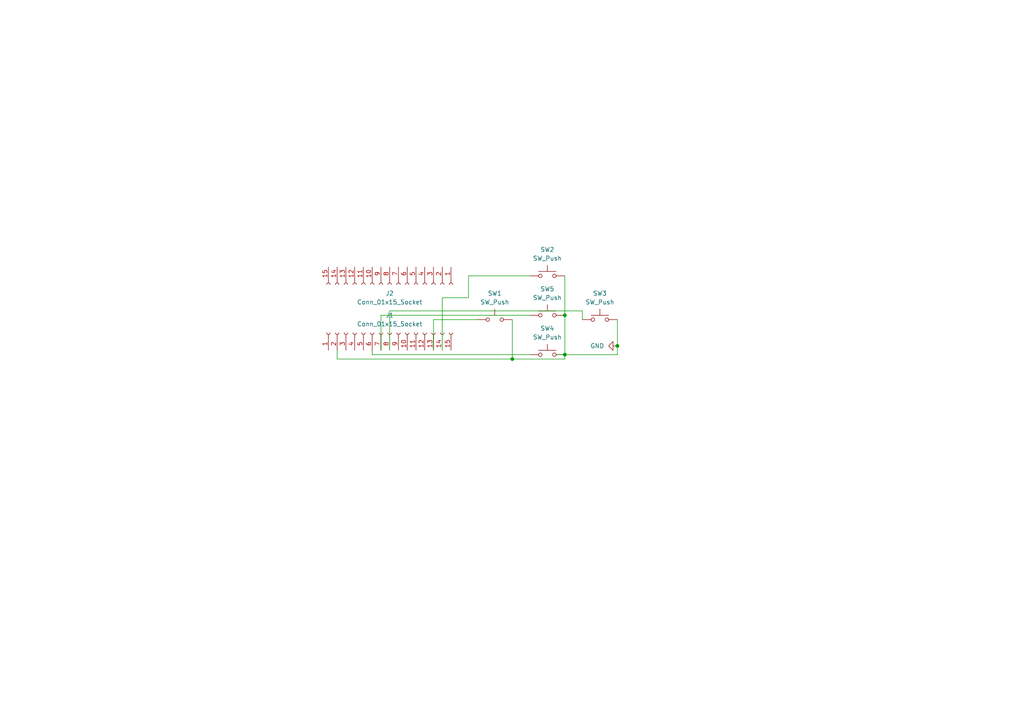
<source format=kicad_sch>
(kicad_sch
	(version 20231120)
	(generator "eeschema")
	(generator_version "8.0")
	(uuid "133a3766-7181-4e20-9038-abb36e76ab45")
	(paper "A4")
	(lib_symbols
		(symbol "Connector:Conn_01x15_Socket"
			(pin_names
				(offset 1.016) hide)
			(exclude_from_sim no)
			(in_bom yes)
			(on_board yes)
			(property "Reference" "J"
				(at 0 20.32 0)
				(effects
					(font
						(size 1.27 1.27)
					)
				)
			)
			(property "Value" "Conn_01x15_Socket"
				(at 0 -20.32 0)
				(effects
					(font
						(size 1.27 1.27)
					)
				)
			)
			(property "Footprint" ""
				(at 0 0 0)
				(effects
					(font
						(size 1.27 1.27)
					)
					(hide yes)
				)
			)
			(property "Datasheet" "~"
				(at 0 0 0)
				(effects
					(font
						(size 1.27 1.27)
					)
					(hide yes)
				)
			)
			(property "Description" "Generic connector, single row, 01x15, script generated"
				(at 0 0 0)
				(effects
					(font
						(size 1.27 1.27)
					)
					(hide yes)
				)
			)
			(property "ki_locked" ""
				(at 0 0 0)
				(effects
					(font
						(size 1.27 1.27)
					)
				)
			)
			(property "ki_keywords" "connector"
				(at 0 0 0)
				(effects
					(font
						(size 1.27 1.27)
					)
					(hide yes)
				)
			)
			(property "ki_fp_filters" "Connector*:*_1x??_*"
				(at 0 0 0)
				(effects
					(font
						(size 1.27 1.27)
					)
					(hide yes)
				)
			)
			(symbol "Conn_01x15_Socket_1_1"
				(arc
					(start 0 -17.272)
					(mid -0.5058 -17.78)
					(end 0 -18.288)
					(stroke
						(width 0.1524)
						(type default)
					)
					(fill
						(type none)
					)
				)
				(arc
					(start 0 -14.732)
					(mid -0.5058 -15.24)
					(end 0 -15.748)
					(stroke
						(width 0.1524)
						(type default)
					)
					(fill
						(type none)
					)
				)
				(arc
					(start 0 -12.192)
					(mid -0.5058 -12.7)
					(end 0 -13.208)
					(stroke
						(width 0.1524)
						(type default)
					)
					(fill
						(type none)
					)
				)
				(arc
					(start 0 -9.652)
					(mid -0.5058 -10.16)
					(end 0 -10.668)
					(stroke
						(width 0.1524)
						(type default)
					)
					(fill
						(type none)
					)
				)
				(arc
					(start 0 -7.112)
					(mid -0.5058 -7.62)
					(end 0 -8.128)
					(stroke
						(width 0.1524)
						(type default)
					)
					(fill
						(type none)
					)
				)
				(arc
					(start 0 -4.572)
					(mid -0.5058 -5.08)
					(end 0 -5.588)
					(stroke
						(width 0.1524)
						(type default)
					)
					(fill
						(type none)
					)
				)
				(arc
					(start 0 -2.032)
					(mid -0.5058 -2.54)
					(end 0 -3.048)
					(stroke
						(width 0.1524)
						(type default)
					)
					(fill
						(type none)
					)
				)
				(polyline
					(pts
						(xy -1.27 -17.78) (xy -0.508 -17.78)
					)
					(stroke
						(width 0.1524)
						(type default)
					)
					(fill
						(type none)
					)
				)
				(polyline
					(pts
						(xy -1.27 -15.24) (xy -0.508 -15.24)
					)
					(stroke
						(width 0.1524)
						(type default)
					)
					(fill
						(type none)
					)
				)
				(polyline
					(pts
						(xy -1.27 -12.7) (xy -0.508 -12.7)
					)
					(stroke
						(width 0.1524)
						(type default)
					)
					(fill
						(type none)
					)
				)
				(polyline
					(pts
						(xy -1.27 -10.16) (xy -0.508 -10.16)
					)
					(stroke
						(width 0.1524)
						(type default)
					)
					(fill
						(type none)
					)
				)
				(polyline
					(pts
						(xy -1.27 -7.62) (xy -0.508 -7.62)
					)
					(stroke
						(width 0.1524)
						(type default)
					)
					(fill
						(type none)
					)
				)
				(polyline
					(pts
						(xy -1.27 -5.08) (xy -0.508 -5.08)
					)
					(stroke
						(width 0.1524)
						(type default)
					)
					(fill
						(type none)
					)
				)
				(polyline
					(pts
						(xy -1.27 -2.54) (xy -0.508 -2.54)
					)
					(stroke
						(width 0.1524)
						(type default)
					)
					(fill
						(type none)
					)
				)
				(polyline
					(pts
						(xy -1.27 0) (xy -0.508 0)
					)
					(stroke
						(width 0.1524)
						(type default)
					)
					(fill
						(type none)
					)
				)
				(polyline
					(pts
						(xy -1.27 2.54) (xy -0.508 2.54)
					)
					(stroke
						(width 0.1524)
						(type default)
					)
					(fill
						(type none)
					)
				)
				(polyline
					(pts
						(xy -1.27 5.08) (xy -0.508 5.08)
					)
					(stroke
						(width 0.1524)
						(type default)
					)
					(fill
						(type none)
					)
				)
				(polyline
					(pts
						(xy -1.27 7.62) (xy -0.508 7.62)
					)
					(stroke
						(width 0.1524)
						(type default)
					)
					(fill
						(type none)
					)
				)
				(polyline
					(pts
						(xy -1.27 10.16) (xy -0.508 10.16)
					)
					(stroke
						(width 0.1524)
						(type default)
					)
					(fill
						(type none)
					)
				)
				(polyline
					(pts
						(xy -1.27 12.7) (xy -0.508 12.7)
					)
					(stroke
						(width 0.1524)
						(type default)
					)
					(fill
						(type none)
					)
				)
				(polyline
					(pts
						(xy -1.27 15.24) (xy -0.508 15.24)
					)
					(stroke
						(width 0.1524)
						(type default)
					)
					(fill
						(type none)
					)
				)
				(polyline
					(pts
						(xy -1.27 17.78) (xy -0.508 17.78)
					)
					(stroke
						(width 0.1524)
						(type default)
					)
					(fill
						(type none)
					)
				)
				(arc
					(start 0 0.508)
					(mid -0.5058 0)
					(end 0 -0.508)
					(stroke
						(width 0.1524)
						(type default)
					)
					(fill
						(type none)
					)
				)
				(arc
					(start 0 3.048)
					(mid -0.5058 2.54)
					(end 0 2.032)
					(stroke
						(width 0.1524)
						(type default)
					)
					(fill
						(type none)
					)
				)
				(arc
					(start 0 5.588)
					(mid -0.5058 5.08)
					(end 0 4.572)
					(stroke
						(width 0.1524)
						(type default)
					)
					(fill
						(type none)
					)
				)
				(arc
					(start 0 8.128)
					(mid -0.5058 7.62)
					(end 0 7.112)
					(stroke
						(width 0.1524)
						(type default)
					)
					(fill
						(type none)
					)
				)
				(arc
					(start 0 10.668)
					(mid -0.5058 10.16)
					(end 0 9.652)
					(stroke
						(width 0.1524)
						(type default)
					)
					(fill
						(type none)
					)
				)
				(arc
					(start 0 13.208)
					(mid -0.5058 12.7)
					(end 0 12.192)
					(stroke
						(width 0.1524)
						(type default)
					)
					(fill
						(type none)
					)
				)
				(arc
					(start 0 15.748)
					(mid -0.5058 15.24)
					(end 0 14.732)
					(stroke
						(width 0.1524)
						(type default)
					)
					(fill
						(type none)
					)
				)
				(arc
					(start 0 18.288)
					(mid -0.5058 17.78)
					(end 0 17.272)
					(stroke
						(width 0.1524)
						(type default)
					)
					(fill
						(type none)
					)
				)
				(pin passive line
					(at -5.08 17.78 0)
					(length 3.81)
					(name "Pin_1"
						(effects
							(font
								(size 1.27 1.27)
							)
						)
					)
					(number "1"
						(effects
							(font
								(size 1.27 1.27)
							)
						)
					)
				)
				(pin passive line
					(at -5.08 -5.08 0)
					(length 3.81)
					(name "Pin_10"
						(effects
							(font
								(size 1.27 1.27)
							)
						)
					)
					(number "10"
						(effects
							(font
								(size 1.27 1.27)
							)
						)
					)
				)
				(pin passive line
					(at -5.08 -7.62 0)
					(length 3.81)
					(name "Pin_11"
						(effects
							(font
								(size 1.27 1.27)
							)
						)
					)
					(number "11"
						(effects
							(font
								(size 1.27 1.27)
							)
						)
					)
				)
				(pin passive line
					(at -5.08 -10.16 0)
					(length 3.81)
					(name "Pin_12"
						(effects
							(font
								(size 1.27 1.27)
							)
						)
					)
					(number "12"
						(effects
							(font
								(size 1.27 1.27)
							)
						)
					)
				)
				(pin passive line
					(at -5.08 -12.7 0)
					(length 3.81)
					(name "Pin_13"
						(effects
							(font
								(size 1.27 1.27)
							)
						)
					)
					(number "13"
						(effects
							(font
								(size 1.27 1.27)
							)
						)
					)
				)
				(pin passive line
					(at -5.08 -15.24 0)
					(length 3.81)
					(name "Pin_14"
						(effects
							(font
								(size 1.27 1.27)
							)
						)
					)
					(number "14"
						(effects
							(font
								(size 1.27 1.27)
							)
						)
					)
				)
				(pin passive line
					(at -5.08 -17.78 0)
					(length 3.81)
					(name "Pin_15"
						(effects
							(font
								(size 1.27 1.27)
							)
						)
					)
					(number "15"
						(effects
							(font
								(size 1.27 1.27)
							)
						)
					)
				)
				(pin passive line
					(at -5.08 15.24 0)
					(length 3.81)
					(name "Pin_2"
						(effects
							(font
								(size 1.27 1.27)
							)
						)
					)
					(number "2"
						(effects
							(font
								(size 1.27 1.27)
							)
						)
					)
				)
				(pin passive line
					(at -5.08 12.7 0)
					(length 3.81)
					(name "Pin_3"
						(effects
							(font
								(size 1.27 1.27)
							)
						)
					)
					(number "3"
						(effects
							(font
								(size 1.27 1.27)
							)
						)
					)
				)
				(pin passive line
					(at -5.08 10.16 0)
					(length 3.81)
					(name "Pin_4"
						(effects
							(font
								(size 1.27 1.27)
							)
						)
					)
					(number "4"
						(effects
							(font
								(size 1.27 1.27)
							)
						)
					)
				)
				(pin passive line
					(at -5.08 7.62 0)
					(length 3.81)
					(name "Pin_5"
						(effects
							(font
								(size 1.27 1.27)
							)
						)
					)
					(number "5"
						(effects
							(font
								(size 1.27 1.27)
							)
						)
					)
				)
				(pin passive line
					(at -5.08 5.08 0)
					(length 3.81)
					(name "Pin_6"
						(effects
							(font
								(size 1.27 1.27)
							)
						)
					)
					(number "6"
						(effects
							(font
								(size 1.27 1.27)
							)
						)
					)
				)
				(pin passive line
					(at -5.08 2.54 0)
					(length 3.81)
					(name "Pin_7"
						(effects
							(font
								(size 1.27 1.27)
							)
						)
					)
					(number "7"
						(effects
							(font
								(size 1.27 1.27)
							)
						)
					)
				)
				(pin passive line
					(at -5.08 0 0)
					(length 3.81)
					(name "Pin_8"
						(effects
							(font
								(size 1.27 1.27)
							)
						)
					)
					(number "8"
						(effects
							(font
								(size 1.27 1.27)
							)
						)
					)
				)
				(pin passive line
					(at -5.08 -2.54 0)
					(length 3.81)
					(name "Pin_9"
						(effects
							(font
								(size 1.27 1.27)
							)
						)
					)
					(number "9"
						(effects
							(font
								(size 1.27 1.27)
							)
						)
					)
				)
			)
		)
		(symbol "Switch:SW_Push"
			(pin_numbers hide)
			(pin_names
				(offset 1.016) hide)
			(exclude_from_sim no)
			(in_bom yes)
			(on_board yes)
			(property "Reference" "SW"
				(at 1.27 2.54 0)
				(effects
					(font
						(size 1.27 1.27)
					)
					(justify left)
				)
			)
			(property "Value" "SW_Push"
				(at 0 -1.524 0)
				(effects
					(font
						(size 1.27 1.27)
					)
				)
			)
			(property "Footprint" ""
				(at 0 5.08 0)
				(effects
					(font
						(size 1.27 1.27)
					)
					(hide yes)
				)
			)
			(property "Datasheet" "~"
				(at 0 5.08 0)
				(effects
					(font
						(size 1.27 1.27)
					)
					(hide yes)
				)
			)
			(property "Description" "Push button switch, generic, two pins"
				(at 0 0 0)
				(effects
					(font
						(size 1.27 1.27)
					)
					(hide yes)
				)
			)
			(property "ki_keywords" "switch normally-open pushbutton push-button"
				(at 0 0 0)
				(effects
					(font
						(size 1.27 1.27)
					)
					(hide yes)
				)
			)
			(symbol "SW_Push_0_1"
				(circle
					(center -2.032 0)
					(radius 0.508)
					(stroke
						(width 0)
						(type default)
					)
					(fill
						(type none)
					)
				)
				(polyline
					(pts
						(xy 0 1.27) (xy 0 3.048)
					)
					(stroke
						(width 0)
						(type default)
					)
					(fill
						(type none)
					)
				)
				(polyline
					(pts
						(xy 2.54 1.27) (xy -2.54 1.27)
					)
					(stroke
						(width 0)
						(type default)
					)
					(fill
						(type none)
					)
				)
				(circle
					(center 2.032 0)
					(radius 0.508)
					(stroke
						(width 0)
						(type default)
					)
					(fill
						(type none)
					)
				)
				(pin passive line
					(at -5.08 0 0)
					(length 2.54)
					(name "1"
						(effects
							(font
								(size 1.27 1.27)
							)
						)
					)
					(number "1"
						(effects
							(font
								(size 1.27 1.27)
							)
						)
					)
				)
				(pin passive line
					(at 5.08 0 180)
					(length 2.54)
					(name "2"
						(effects
							(font
								(size 1.27 1.27)
							)
						)
					)
					(number "2"
						(effects
							(font
								(size 1.27 1.27)
							)
						)
					)
				)
			)
		)
		(symbol "power:GND"
			(power)
			(pin_numbers hide)
			(pin_names
				(offset 0) hide)
			(exclude_from_sim no)
			(in_bom yes)
			(on_board yes)
			(property "Reference" "#PWR"
				(at 0 -6.35 0)
				(effects
					(font
						(size 1.27 1.27)
					)
					(hide yes)
				)
			)
			(property "Value" "GND"
				(at 0 -3.81 0)
				(effects
					(font
						(size 1.27 1.27)
					)
				)
			)
			(property "Footprint" ""
				(at 0 0 0)
				(effects
					(font
						(size 1.27 1.27)
					)
					(hide yes)
				)
			)
			(property "Datasheet" ""
				(at 0 0 0)
				(effects
					(font
						(size 1.27 1.27)
					)
					(hide yes)
				)
			)
			(property "Description" "Power symbol creates a global label with name \"GND\" , ground"
				(at 0 0 0)
				(effects
					(font
						(size 1.27 1.27)
					)
					(hide yes)
				)
			)
			(property "ki_keywords" "global power"
				(at 0 0 0)
				(effects
					(font
						(size 1.27 1.27)
					)
					(hide yes)
				)
			)
			(symbol "GND_0_1"
				(polyline
					(pts
						(xy 0 0) (xy 0 -1.27) (xy 1.27 -1.27) (xy 0 -2.54) (xy -1.27 -1.27) (xy 0 -1.27)
					)
					(stroke
						(width 0)
						(type default)
					)
					(fill
						(type none)
					)
				)
			)
			(symbol "GND_1_1"
				(pin power_in line
					(at 0 0 270)
					(length 0)
					(name "~"
						(effects
							(font
								(size 1.27 1.27)
							)
						)
					)
					(number "1"
						(effects
							(font
								(size 1.27 1.27)
							)
						)
					)
				)
			)
		)
	)
	(junction
		(at 179.07 100.33)
		(diameter 0)
		(color 0 0 0 0)
		(uuid "3b79be85-e3a9-4a73-a45a-0dd545267f74")
	)
	(junction
		(at 163.83 102.87)
		(diameter 0)
		(color 0 0 0 0)
		(uuid "605f70f9-97b4-4deb-8036-ac4ebc3a0b24")
	)
	(junction
		(at 163.83 91.44)
		(diameter 0)
		(color 0 0 0 0)
		(uuid "89401503-bb37-4adc-845c-3a30b57bfa0d")
	)
	(junction
		(at 148.59 104.14)
		(diameter 0)
		(color 0 0 0 0)
		(uuid "c269cde1-0f20-45fe-9a06-fd859669e005")
	)
	(wire
		(pts
			(xy 128.27 86.36) (xy 135.89 86.36)
		)
		(stroke
			(width 0)
			(type default)
		)
		(uuid "0582856d-c092-4fe4-b56b-d1c0d8c00bce")
	)
	(wire
		(pts
			(xy 163.83 102.87) (xy 163.83 104.14)
		)
		(stroke
			(width 0)
			(type default)
		)
		(uuid "1c036096-58d2-4f70-a793-649ddff95b3d")
	)
	(wire
		(pts
			(xy 125.73 101.6) (xy 125.73 92.71)
		)
		(stroke
			(width 0)
			(type default)
		)
		(uuid "2ede127f-3fbc-45bb-afe1-6f2450ec1d8f")
	)
	(wire
		(pts
			(xy 135.89 80.01) (xy 153.67 80.01)
		)
		(stroke
			(width 0)
			(type default)
		)
		(uuid "30953cf1-9876-48ff-b26c-99ea443c1f54")
	)
	(wire
		(pts
			(xy 113.03 90.17) (xy 168.91 90.17)
		)
		(stroke
			(width 0)
			(type default)
		)
		(uuid "345b604e-60ad-4ab6-9599-18639416f98d")
	)
	(wire
		(pts
			(xy 125.73 92.71) (xy 138.43 92.71)
		)
		(stroke
			(width 0)
			(type default)
		)
		(uuid "5a261972-961d-440a-849b-b4a4102541fe")
	)
	(wire
		(pts
			(xy 163.83 91.44) (xy 163.83 102.87)
		)
		(stroke
			(width 0)
			(type default)
		)
		(uuid "5b8e241f-f23c-4a28-a708-1e3a42221167")
	)
	(wire
		(pts
			(xy 97.79 101.6) (xy 97.79 104.14)
		)
		(stroke
			(width 0)
			(type default)
		)
		(uuid "5d0b3f8e-20f2-48f7-91b6-10f61adc3258")
	)
	(wire
		(pts
			(xy 179.07 92.71) (xy 179.07 100.33)
		)
		(stroke
			(width 0)
			(type default)
		)
		(uuid "600a2ce6-5379-4955-9160-e390909ec01b")
	)
	(wire
		(pts
			(xy 110.49 91.44) (xy 110.49 101.6)
		)
		(stroke
			(width 0)
			(type default)
		)
		(uuid "70c7e4f8-ed17-442d-9eba-df896c5ecceb")
	)
	(wire
		(pts
			(xy 113.03 101.6) (xy 113.03 90.17)
		)
		(stroke
			(width 0)
			(type default)
		)
		(uuid "82fbcb13-2fd6-48e7-8df6-932afec52a34")
	)
	(wire
		(pts
			(xy 107.95 101.6) (xy 107.95 102.87)
		)
		(stroke
			(width 0)
			(type default)
		)
		(uuid "84df213d-102c-4a4d-9f26-c70fac2cc455")
	)
	(wire
		(pts
			(xy 168.91 90.17) (xy 168.91 92.71)
		)
		(stroke
			(width 0)
			(type default)
		)
		(uuid "8df45699-ffc1-4f79-8835-754a6870fb84")
	)
	(wire
		(pts
			(xy 110.49 91.44) (xy 153.67 91.44)
		)
		(stroke
			(width 0)
			(type default)
		)
		(uuid "973fa50e-0676-438e-bfc8-7f6940c5442e")
	)
	(wire
		(pts
			(xy 179.07 100.33) (xy 179.07 102.87)
		)
		(stroke
			(width 0)
			(type default)
		)
		(uuid "b75dde06-2843-4c1b-8c2a-4160be13e09d")
	)
	(wire
		(pts
			(xy 161.29 102.87) (xy 163.83 102.87)
		)
		(stroke
			(width 0)
			(type default)
		)
		(uuid "b9c69740-5210-4a4c-b283-e34265032a35")
	)
	(wire
		(pts
			(xy 163.83 104.14) (xy 148.59 104.14)
		)
		(stroke
			(width 0)
			(type default)
		)
		(uuid "bb6378f1-b362-4940-9f01-35ace6ffd22d")
	)
	(wire
		(pts
			(xy 128.27 101.6) (xy 128.27 86.36)
		)
		(stroke
			(width 0)
			(type default)
		)
		(uuid "c1de7150-c0ac-48f5-b5ec-208ea8ccde92")
	)
	(wire
		(pts
			(xy 135.89 86.36) (xy 135.89 80.01)
		)
		(stroke
			(width 0)
			(type default)
		)
		(uuid "c8ad24df-dd74-4e10-8de3-eface0724676")
	)
	(wire
		(pts
			(xy 97.79 104.14) (xy 148.59 104.14)
		)
		(stroke
			(width 0)
			(type default)
		)
		(uuid "ccdc53c6-aee5-45a4-a97c-8f22ac8232a2")
	)
	(wire
		(pts
			(xy 163.83 80.01) (xy 163.83 91.44)
		)
		(stroke
			(width 0)
			(type default)
		)
		(uuid "da2c6176-457d-4fd0-a698-3dec4f0768d6")
	)
	(wire
		(pts
			(xy 148.59 104.14) (xy 148.59 92.71)
		)
		(stroke
			(width 0)
			(type default)
		)
		(uuid "db9a5cfe-0c59-4098-aa37-3a7f4cba43dd")
	)
	(wire
		(pts
			(xy 107.95 102.87) (xy 153.67 102.87)
		)
		(stroke
			(width 0)
			(type default)
		)
		(uuid "e0b553a1-e49e-479e-8fa5-dabdfd3d9261")
	)
	(wire
		(pts
			(xy 179.07 102.87) (xy 163.83 102.87)
		)
		(stroke
			(width 0)
			(type default)
		)
		(uuid "ec27dd65-4db9-412d-934b-991495afbadf")
	)
	(symbol
		(lib_id "Switch:SW_Push")
		(at 158.75 102.87 0)
		(unit 1)
		(exclude_from_sim no)
		(in_bom yes)
		(on_board yes)
		(dnp no)
		(fields_autoplaced yes)
		(uuid "60416cd8-9cec-4442-832f-0153cb034f1e")
		(property "Reference" "SW4"
			(at 158.75 95.25 0)
			(effects
				(font
					(size 1.27 1.27)
				)
			)
		)
		(property "Value" "SW_Push"
			(at 158.75 97.79 0)
			(effects
				(font
					(size 1.27 1.27)
				)
			)
		)
		(property "Footprint" "Button_Switch_THT:SW_PUSH_6mm"
			(at 158.75 97.79 0)
			(effects
				(font
					(size 1.27 1.27)
				)
				(hide yes)
			)
		)
		(property "Datasheet" "~"
			(at 158.75 97.79 0)
			(effects
				(font
					(size 1.27 1.27)
				)
				(hide yes)
			)
		)
		(property "Description" "Push button switch, generic, two pins"
			(at 158.75 102.87 0)
			(effects
				(font
					(size 1.27 1.27)
				)
				(hide yes)
			)
		)
		(pin "1"
			(uuid "9c3e87b2-402f-4c28-b55b-81db167fc89e")
		)
		(pin "2"
			(uuid "70426509-1398-45df-a7cd-9cba020c244d")
		)
		(instances
			(project "Smart_Tic_Tac_Toe"
				(path "/133a3766-7181-4e20-9038-abb36e76ab45"
					(reference "SW4")
					(unit 1)
				)
			)
		)
	)
	(symbol
		(lib_id "Connector:Conn_01x15_Socket")
		(at 113.03 82.55 270)
		(unit 1)
		(exclude_from_sim no)
		(in_bom yes)
		(on_board yes)
		(dnp no)
		(fields_autoplaced yes)
		(uuid "8abe8096-a825-4cbd-8b28-f2bb03df23aa")
		(property "Reference" "J2"
			(at 113.03 85.09 90)
			(effects
				(font
					(size 1.27 1.27)
				)
			)
		)
		(property "Value" "Conn_01x15_Socket"
			(at 113.03 87.63 90)
			(effects
				(font
					(size 1.27 1.27)
				)
			)
		)
		(property "Footprint" "Connector_PinSocket_2.54mm:PinSocket_1x15_P2.54mm_Vertical"
			(at 113.03 82.55 0)
			(effects
				(font
					(size 1.27 1.27)
				)
				(hide yes)
			)
		)
		(property "Datasheet" "~"
			(at 113.03 82.55 0)
			(effects
				(font
					(size 1.27 1.27)
				)
				(hide yes)
			)
		)
		(property "Description" "Generic connector, single row, 01x15, script generated"
			(at 113.03 82.55 0)
			(effects
				(font
					(size 1.27 1.27)
				)
				(hide yes)
			)
		)
		(pin "10"
			(uuid "e6987d65-d2ea-46ca-8b70-f0c3fb58d46a")
		)
		(pin "13"
			(uuid "708df7a7-57b4-4653-afd4-c2efa13752e8")
		)
		(pin "4"
			(uuid "e4cbcb47-a3e9-48a4-9cb9-b854ccc6bba6")
		)
		(pin "6"
			(uuid "478f2bff-0697-45a8-b6a8-114e85337671")
		)
		(pin "1"
			(uuid "832e33ac-38b2-4073-ac93-466af880cf33")
		)
		(pin "15"
			(uuid "7eb6e6b8-e603-4d9d-9fa2-de0702f57ce4")
		)
		(pin "14"
			(uuid "a52646b3-1196-4eed-887b-85790fd325b1")
		)
		(pin "11"
			(uuid "e03706d5-3680-4698-be33-47d0322f582d")
		)
		(pin "3"
			(uuid "efdbb2b1-637a-4ab4-bcee-507391db6bb9")
		)
		(pin "8"
			(uuid "38db6722-b1cc-4f4e-bc6f-2dd35803dd8d")
		)
		(pin "9"
			(uuid "83e9baa3-3f16-4bcc-af65-8d80c8016714")
		)
		(pin "5"
			(uuid "13a9ffe8-06cd-4b70-b671-d876dbec3834")
		)
		(pin "12"
			(uuid "68991812-9618-4811-a409-02a8c743f6e6")
		)
		(pin "2"
			(uuid "e83e79f8-7e39-443c-a93d-1f86f21d5546")
		)
		(pin "7"
			(uuid "fe134358-2181-41eb-9a0d-c272ef62bcad")
		)
		(instances
			(project ""
				(path "/133a3766-7181-4e20-9038-abb36e76ab45"
					(reference "J2")
					(unit 1)
				)
			)
		)
	)
	(symbol
		(lib_id "power:GND")
		(at 179.07 100.33 270)
		(unit 1)
		(exclude_from_sim no)
		(in_bom yes)
		(on_board yes)
		(dnp no)
		(fields_autoplaced yes)
		(uuid "9a214f9e-e9eb-4c89-9cb4-ea788dd9505d")
		(property "Reference" "#PWR01"
			(at 172.72 100.33 0)
			(effects
				(font
					(size 1.27 1.27)
				)
				(hide yes)
			)
		)
		(property "Value" "GND"
			(at 175.26 100.3299 90)
			(effects
				(font
					(size 1.27 1.27)
				)
				(justify right)
			)
		)
		(property "Footprint" ""
			(at 179.07 100.33 0)
			(effects
				(font
					(size 1.27 1.27)
				)
				(hide yes)
			)
		)
		(property "Datasheet" ""
			(at 179.07 100.33 0)
			(effects
				(font
					(size 1.27 1.27)
				)
				(hide yes)
			)
		)
		(property "Description" "Power symbol creates a global label with name \"GND\" , ground"
			(at 179.07 100.33 0)
			(effects
				(font
					(size 1.27 1.27)
				)
				(hide yes)
			)
		)
		(pin "1"
			(uuid "ef112069-77cd-4966-9922-45b86a2742ef")
		)
		(instances
			(project "Smart_Tic_Tac_Toe"
				(path "/133a3766-7181-4e20-9038-abb36e76ab45"
					(reference "#PWR01")
					(unit 1)
				)
			)
		)
	)
	(symbol
		(lib_id "Connector:Conn_01x15_Socket")
		(at 113.03 96.52 90)
		(unit 1)
		(exclude_from_sim no)
		(in_bom yes)
		(on_board yes)
		(dnp no)
		(fields_autoplaced yes)
		(uuid "b98255df-9a5a-4dbb-9c15-25bee4798c1d")
		(property "Reference" "J1"
			(at 113.03 91.44 90)
			(effects
				(font
					(size 1.27 1.27)
				)
			)
		)
		(property "Value" "Conn_01x15_Socket"
			(at 113.03 93.98 90)
			(effects
				(font
					(size 1.27 1.27)
				)
			)
		)
		(property "Footprint" "Connector_PinSocket_2.54mm:PinSocket_1x15_P2.54mm_Vertical"
			(at 113.03 96.52 0)
			(effects
				(font
					(size 1.27 1.27)
				)
				(hide yes)
			)
		)
		(property "Datasheet" "~"
			(at 113.03 96.52 0)
			(effects
				(font
					(size 1.27 1.27)
				)
				(hide yes)
			)
		)
		(property "Description" "Generic connector, single row, 01x15, script generated"
			(at 113.03 96.52 0)
			(effects
				(font
					(size 1.27 1.27)
				)
				(hide yes)
			)
		)
		(pin "14"
			(uuid "a88fd6cb-8473-4da4-bb7c-2b84dfa905b6")
		)
		(pin "4"
			(uuid "0a8d70af-b33c-47f0-b01b-3100cde150ce")
		)
		(pin "6"
			(uuid "453f0201-7ca3-4032-b41c-ff5b934e8692")
		)
		(pin "12"
			(uuid "144d5f9e-17f1-461b-bc47-f03e4782e653")
		)
		(pin "13"
			(uuid "1832ad93-58a9-4fc8-bd53-86a02d6d06a0")
		)
		(pin "2"
			(uuid "89aa2108-3d2b-4f4c-a962-42fd1e9e0558")
		)
		(pin "5"
			(uuid "3fe5e750-c3e9-49b4-89ea-50e917134a4a")
		)
		(pin "15"
			(uuid "5f8a4348-bf61-473a-b820-f1de5b5405a8")
		)
		(pin "7"
			(uuid "18c296b3-67b0-495e-a6a2-912defd32822")
		)
		(pin "11"
			(uuid "15bcb911-7b4e-45b1-a78e-22aa95549f1b")
		)
		(pin "1"
			(uuid "b97ed05f-c84a-43e3-8829-ac37423e715e")
		)
		(pin "3"
			(uuid "2c033998-ea03-49de-a8c5-d987ecda9542")
		)
		(pin "10"
			(uuid "cacfa543-8a92-4d02-9728-a7478fafbc8a")
		)
		(pin "9"
			(uuid "8142ec90-7994-4e32-8047-ef0487f32925")
		)
		(pin "8"
			(uuid "da9557ad-bd97-4f2e-9a00-f9777cf079e7")
		)
		(instances
			(project ""
				(path "/133a3766-7181-4e20-9038-abb36e76ab45"
					(reference "J1")
					(unit 1)
				)
			)
		)
	)
	(symbol
		(lib_id "Switch:SW_Push")
		(at 173.99 92.71 0)
		(unit 1)
		(exclude_from_sim no)
		(in_bom yes)
		(on_board yes)
		(dnp no)
		(fields_autoplaced yes)
		(uuid "cd88843a-add5-43cf-a85b-655b0be1aac0")
		(property "Reference" "SW3"
			(at 173.99 85.09 0)
			(effects
				(font
					(size 1.27 1.27)
				)
			)
		)
		(property "Value" "SW_Push"
			(at 173.99 87.63 0)
			(effects
				(font
					(size 1.27 1.27)
				)
			)
		)
		(property "Footprint" "Button_Switch_THT:SW_PUSH_6mm"
			(at 173.99 87.63 0)
			(effects
				(font
					(size 1.27 1.27)
				)
				(hide yes)
			)
		)
		(property "Datasheet" "~"
			(at 173.99 87.63 0)
			(effects
				(font
					(size 1.27 1.27)
				)
				(hide yes)
			)
		)
		(property "Description" "Push button switch, generic, two pins"
			(at 173.99 92.71 0)
			(effects
				(font
					(size 1.27 1.27)
				)
				(hide yes)
			)
		)
		(pin "1"
			(uuid "6742a63d-3c13-4dd0-9fab-8448ac2e32b2")
		)
		(pin "2"
			(uuid "916b65f3-64e5-44cc-b475-ad0f5d44df8d")
		)
		(instances
			(project "Smart_Tic_Tac_Toe"
				(path "/133a3766-7181-4e20-9038-abb36e76ab45"
					(reference "SW3")
					(unit 1)
				)
			)
		)
	)
	(symbol
		(lib_id "Switch:SW_Push")
		(at 143.51 92.71 0)
		(unit 1)
		(exclude_from_sim no)
		(in_bom yes)
		(on_board yes)
		(dnp no)
		(fields_autoplaced yes)
		(uuid "ea06aa69-249f-4f33-9e20-476f55749963")
		(property "Reference" "SW1"
			(at 143.51 85.09 0)
			(effects
				(font
					(size 1.27 1.27)
				)
			)
		)
		(property "Value" "SW_Push"
			(at 143.51 87.63 0)
			(effects
				(font
					(size 1.27 1.27)
				)
			)
		)
		(property "Footprint" "Button_Switch_THT:SW_PUSH_6mm"
			(at 143.51 87.63 0)
			(effects
				(font
					(size 1.27 1.27)
				)
				(hide yes)
			)
		)
		(property "Datasheet" "~"
			(at 143.51 87.63 0)
			(effects
				(font
					(size 1.27 1.27)
				)
				(hide yes)
			)
		)
		(property "Description" "Push button switch, generic, two pins"
			(at 143.51 92.71 0)
			(effects
				(font
					(size 1.27 1.27)
				)
				(hide yes)
			)
		)
		(pin "2"
			(uuid "f7f7b85e-6875-4d93-a06d-5d6a3b2f8224")
		)
		(pin "1"
			(uuid "e2ac832c-08b0-4fe6-bcdd-ca83534e30bb")
		)
		(instances
			(project ""
				(path "/133a3766-7181-4e20-9038-abb36e76ab45"
					(reference "SW1")
					(unit 1)
				)
			)
		)
	)
	(symbol
		(lib_id "Switch:SW_Push")
		(at 158.75 91.44 0)
		(unit 1)
		(exclude_from_sim no)
		(in_bom yes)
		(on_board yes)
		(dnp no)
		(fields_autoplaced yes)
		(uuid "fc35a978-aee5-44bb-9811-5f7f3dda2e9b")
		(property "Reference" "SW5"
			(at 158.75 83.82 0)
			(effects
				(font
					(size 1.27 1.27)
				)
			)
		)
		(property "Value" "SW_Push"
			(at 158.75 86.36 0)
			(effects
				(font
					(size 1.27 1.27)
				)
			)
		)
		(property "Footprint" "Button_Switch_THT:SW_PUSH_6mm"
			(at 158.75 86.36 0)
			(effects
				(font
					(size 1.27 1.27)
				)
				(hide yes)
			)
		)
		(property "Datasheet" "~"
			(at 158.75 86.36 0)
			(effects
				(font
					(size 1.27 1.27)
				)
				(hide yes)
			)
		)
		(property "Description" "Push button switch, generic, two pins"
			(at 158.75 91.44 0)
			(effects
				(font
					(size 1.27 1.27)
				)
				(hide yes)
			)
		)
		(pin "1"
			(uuid "e68467ca-b9fe-47bd-8b50-b109fe95e7a0")
		)
		(pin "2"
			(uuid "bd93208e-930b-4949-9a28-ecd0ddd99b47")
		)
		(instances
			(project "Smart_Tic_Tac_Toe"
				(path "/133a3766-7181-4e20-9038-abb36e76ab45"
					(reference "SW5")
					(unit 1)
				)
			)
		)
	)
	(symbol
		(lib_id "Switch:SW_Push")
		(at 158.75 80.01 0)
		(unit 1)
		(exclude_from_sim no)
		(in_bom yes)
		(on_board yes)
		(dnp no)
		(fields_autoplaced yes)
		(uuid "fe6d5b52-da0d-4fed-9bd5-bda260ef8321")
		(property "Reference" "SW2"
			(at 158.75 72.39 0)
			(effects
				(font
					(size 1.27 1.27)
				)
			)
		)
		(property "Value" "SW_Push"
			(at 158.75 74.93 0)
			(effects
				(font
					(size 1.27 1.27)
				)
			)
		)
		(property "Footprint" "Button_Switch_THT:SW_PUSH_6mm"
			(at 158.75 74.93 0)
			(effects
				(font
					(size 1.27 1.27)
				)
				(hide yes)
			)
		)
		(property "Datasheet" "~"
			(at 158.75 74.93 0)
			(effects
				(font
					(size 1.27 1.27)
				)
				(hide yes)
			)
		)
		(property "Description" "Push button switch, generic, two pins"
			(at 158.75 80.01 0)
			(effects
				(font
					(size 1.27 1.27)
				)
				(hide yes)
			)
		)
		(pin "1"
			(uuid "39aac19b-6965-4279-9077-809d5271cee3")
		)
		(pin "2"
			(uuid "8c008539-2c71-47a6-82f8-6c5aba0b4993")
		)
		(instances
			(project ""
				(path "/133a3766-7181-4e20-9038-abb36e76ab45"
					(reference "SW2")
					(unit 1)
				)
			)
		)
	)
	(sheet_instances
		(path "/"
			(page "1")
		)
	)
)

</source>
